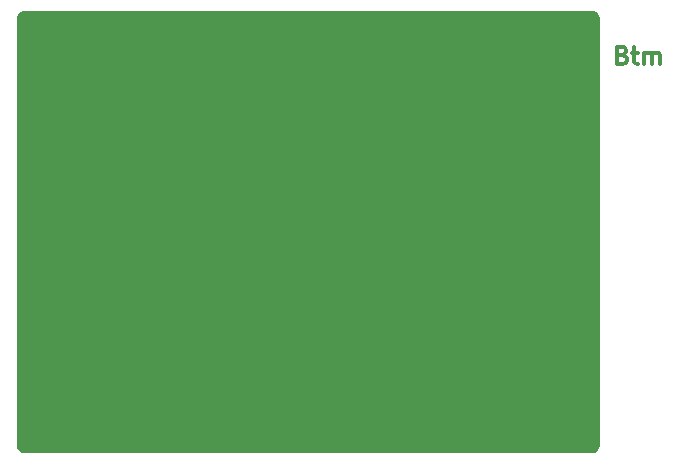
<source format=gbl>
G04 #@! TF.GenerationSoftware,KiCad,Pcbnew,(5.1.4)-1*
G04 #@! TF.CreationDate,2019-11-14T19:44:45-06:00*
G04 #@! TF.ProjectId,Cree_GaN_Driver,43726565-5f47-4614-9e5f-447269766572,rev?*
G04 #@! TF.SameCoordinates,Original*
G04 #@! TF.FileFunction,Copper,L2,Bot*
G04 #@! TF.FilePolarity,Positive*
%FSLAX46Y46*%
G04 Gerber Fmt 4.6, Leading zero omitted, Abs format (unit mm)*
G04 Created by KiCad (PCBNEW (5.1.4)-1) date 2019-11-14 19:44:45*
%MOMM*%
%LPD*%
G04 APERTURE LIST*
%ADD10C,0.300000*%
%ADD11C,6.400000*%
%ADD12C,0.800000*%
%ADD13C,0.254000*%
G04 APERTURE END LIST*
D10*
X159103499Y-146323857D02*
X159317785Y-146395285D01*
X159389213Y-146466714D01*
X159460642Y-146609571D01*
X159460642Y-146823857D01*
X159389213Y-146966714D01*
X159317785Y-147038142D01*
X159174928Y-147109571D01*
X158603499Y-147109571D01*
X158603499Y-145609571D01*
X159103499Y-145609571D01*
X159246356Y-145681000D01*
X159317785Y-145752428D01*
X159389213Y-145895285D01*
X159389213Y-146038142D01*
X159317785Y-146181000D01*
X159246356Y-146252428D01*
X159103499Y-146323857D01*
X158603499Y-146323857D01*
X159889213Y-146109571D02*
X160460642Y-146109571D01*
X160103499Y-145609571D02*
X160103499Y-146895285D01*
X160174928Y-147038142D01*
X160317785Y-147109571D01*
X160460642Y-147109571D01*
X160960642Y-147109571D02*
X160960642Y-146109571D01*
X160960642Y-146252428D02*
X161032070Y-146181000D01*
X161174928Y-146109571D01*
X161389213Y-146109571D01*
X161532070Y-146181000D01*
X161603499Y-146323857D01*
X161603499Y-147109571D01*
X161603499Y-146323857D02*
X161674928Y-146181000D01*
X161817785Y-146109571D01*
X162032070Y-146109571D01*
X162174928Y-146181000D01*
X162246356Y-146323857D01*
X162246356Y-147109571D01*
D11*
X115138200Y-156006800D03*
X128117600Y-176479200D03*
X153949400Y-156438600D03*
D12*
X108966000Y-179070000D03*
X111760000Y-178816000D03*
X108585000Y-176657000D03*
X111252000Y-175260000D03*
X108839000Y-173736000D03*
X111633000Y-172593000D03*
X108585000Y-171069000D03*
X153289000Y-179197000D03*
X156337000Y-178435000D03*
X152908000Y-176530000D03*
X156337000Y-175133000D03*
X153162000Y-173609000D03*
X156083000Y-172339000D03*
X153162000Y-170815000D03*
X155829000Y-151892000D03*
X152908000Y-150876000D03*
X155956000Y-149606000D03*
X153035000Y-148336000D03*
X155829000Y-146939000D03*
X152908000Y-145796000D03*
X156083000Y-144526000D03*
X152908000Y-143637000D03*
X124841000Y-144780000D03*
X131572000Y-152781000D03*
X135001000Y-160401000D03*
X138049000Y-162814000D03*
X120523000Y-153543000D03*
X126746000Y-171323000D03*
D13*
G36*
X156572350Y-142708811D02*
G01*
X156676565Y-142740275D01*
X156772691Y-142791387D01*
X156857054Y-142860192D01*
X156926450Y-142944077D01*
X156978228Y-143039840D01*
X157010419Y-143143834D01*
X157024000Y-143273043D01*
X157024001Y-179301684D01*
X157011189Y-179432350D01*
X156979724Y-179536566D01*
X156928614Y-179632690D01*
X156859808Y-179717054D01*
X156775926Y-179786448D01*
X156680162Y-179838228D01*
X156576166Y-179870419D01*
X156446956Y-179884000D01*
X108480306Y-179884000D01*
X108349650Y-179871189D01*
X108245434Y-179839724D01*
X108149310Y-179788614D01*
X108064946Y-179719808D01*
X107995552Y-179635926D01*
X107943772Y-179540162D01*
X107911581Y-179436166D01*
X107898000Y-179306956D01*
X107898000Y-143278307D01*
X107910811Y-143147650D01*
X107942275Y-143043435D01*
X107993387Y-142947309D01*
X108062192Y-142862946D01*
X108146077Y-142793550D01*
X108241840Y-142741772D01*
X108345834Y-142709581D01*
X108475043Y-142696000D01*
X156441693Y-142696000D01*
X156572350Y-142708811D01*
X156572350Y-142708811D01*
G37*
X156572350Y-142708811D02*
X156676565Y-142740275D01*
X156772691Y-142791387D01*
X156857054Y-142860192D01*
X156926450Y-142944077D01*
X156978228Y-143039840D01*
X157010419Y-143143834D01*
X157024000Y-143273043D01*
X157024001Y-179301684D01*
X157011189Y-179432350D01*
X156979724Y-179536566D01*
X156928614Y-179632690D01*
X156859808Y-179717054D01*
X156775926Y-179786448D01*
X156680162Y-179838228D01*
X156576166Y-179870419D01*
X156446956Y-179884000D01*
X108480306Y-179884000D01*
X108349650Y-179871189D01*
X108245434Y-179839724D01*
X108149310Y-179788614D01*
X108064946Y-179719808D01*
X107995552Y-179635926D01*
X107943772Y-179540162D01*
X107911581Y-179436166D01*
X107898000Y-179306956D01*
X107898000Y-143278307D01*
X107910811Y-143147650D01*
X107942275Y-143043435D01*
X107993387Y-142947309D01*
X108062192Y-142862946D01*
X108146077Y-142793550D01*
X108241840Y-142741772D01*
X108345834Y-142709581D01*
X108475043Y-142696000D01*
X156441693Y-142696000D01*
X156572350Y-142708811D01*
M02*

</source>
